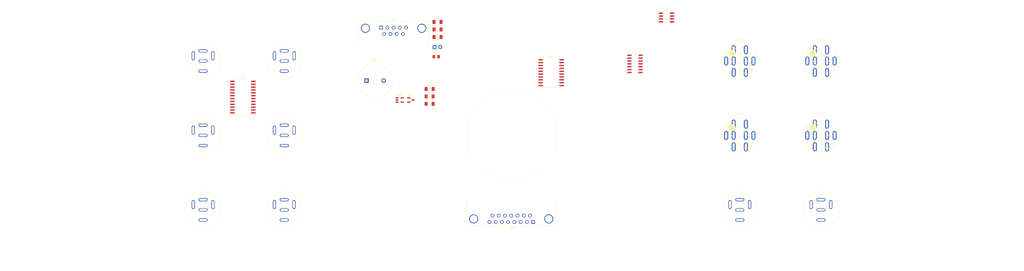
<source format=kicad_pcb>
(kicad_pcb (version 20240108) (generator "pcbnew") (generator_version "8.0")
  (layers (0 "F.Cu" signal) (31 "B.Cu" signal) (34 "B.Paste" user) (35 "F.Paste" user) (36 "B.SilkS" user "B.Silkscreen") (37 "F.SilkS" user "F.Silkscreen") (38 "B.Mask" user) (39 "F.Mask" user) (44 "Edge.Cuts" user))
  (net 0 "")
  (net 52 "Net-(SW11B-AK)")
  (net 122 "+12V")
  (net 123 "Net-(BZ1--)")
  (net 124 "VCC")
  (net 125 "GND")
  (net 126 "Net-(U5-BP)")
  (net 127 "Net-(D1-A)")
  (net 138 "Net-(Q1-B)")
  (net 140 "PRESSURE_ON")
  (net 141 "DOOR_PUSH")
  (net 142 "CHUCK_CLAMP")
  (net 143 "SPINDLE_CLEAN")
  (net 144 "SCL")
  (net 145 "UPDI")
  (net 146 "SDA")
  (net 147 "AIR_BLAST")
  (footprint "cnc:PUSH_STDP_LED" (layer "F.Cu") (at 193 183)
    (property "Reference" "SW8" (at 0 -0.5 0) (layer "F.SilkS") (effects (font (thickness 0.1))))
    (property "Value" "~")
    (fp_circle (center 0 0) (end 0 -8) (stroke (width 0.1)) (fill none) (layer "F.SilkS"))
    (pad "C" thru_hole oval (at 0 4.5) (size 4 1.4) (drill oval 3.2 0.8) (layers "*.Cu" "*.Mask"))
    (pad "L1" thru_hole oval (at 4.35 -2.35 90) (size 4 1.4) (drill oval 3.2 0.8) (layers "*.Cu" "*.Mask"))
    (pad "L2" thru_hole oval (at -4.35 -2.35 90) (size 4 1.4) (drill oval 3.2 0.8) (layers "*.Cu" "*.Mask"))
    (pad "NC" thru_hole oval (at 0 -4.5) (size 4 1.4) (drill oval 3.2 0.8) (layers "*.Cu" "*.Mask"))
    (pad "NO" thru_hole oval (at 0 0) (size 4 1.4) (drill oval 3.2 0.8) (layers "*.Cu" "*.Mask"))
  )
  (footprint "Capacitor_SMD:C_1206_3216Metric_Pad1.33x1.80mm_HandSolder" (layer "F.Cu") (at 260.97 139.36)
    (property "Reference" "C4" (at 0 -1.85 0) (layer "F.SilkS"))
    (property "Value" "1u")
    (fp_line (start -0.711252 -0.91) (end 0.711252 -0.91) (stroke (width 0.12)) (layer "F.SilkS"))
    (fp_line (start -0.711252 0.91) (end 0.711252 0.91) (stroke (width 0.12)) (layer "F.SilkS"))
    (pad "1" smd roundrect (at -1.5625 0) (size 1.325 1.8) (layers "F.Cu" "F.Paste" "F.Mask") (roundrect_rratio 0.188679) (net 124 "VCC"))
    (pad "2" smd roundrect (at 1.5625 0) (size 1.325 1.8) (layers "F.Cu" "F.Paste" "F.Mask") (roundrect_rratio 0.188679) (net 125 "GND"))
  )
  (footprint "Capacitor_SMD:C_0805_2012Metric_Pad1.18x1.45mm_HandSolder" (layer "F.Cu") (at 260.37 148.09)
    (property "Reference" "C3" (at 0 -1.68 0) (layer "F.SilkS"))
    (property "Value" "470p")
    (fp_line (start -0.261252 -0.735) (end 0.261252 -0.735) (stroke (width 0.12)) (layer "F.SilkS"))
    (fp_line (start -0.261252 0.735) (end 0.261252 0.735) (stroke (width 0.12)) (layer "F.SilkS"))
    (pad "1" smd roundrect (at -1.0375 0) (size 1.175 1.45) (layers "F.Cu" "F.Paste" "F.Mask") (roundrect_rratio 0.212766) (net 126 "Net-(U5-BP)"))
    (pad "2" smd roundrect (at 1.0375 0) (size 1.175 1.45) (layers "F.Cu" "F.Paste" "F.Mask") (roundrect_rratio 0.212766) (net 125 "GND"))
  )
  (footprint "cnc:PUSH_STDP_LED" (layer "F.Cu") (at 431 216)
    (property "Reference" "SW14" (at 0 -0.5 0) (layer "F.SilkS") (effects (font (thickness 0.1))))
    (property "Value" "~")
    (fp_circle (center 0 0) (end 0 -8) (stroke (width 0.1)) (fill none) (layer "F.SilkS"))
    (pad "C" thru_hole oval (at 0 4.5) (size 4 1.4) (drill oval 3.2 0.8) (layers "*.Cu" "*.Mask"))
    (pad "L1" thru_hole oval (at 4.35 -2.35 90) (size 4 1.4) (drill oval 3.2 0.8) (layers "*.Cu" "*.Mask"))
    (pad "L2" thru_hole oval (at -4.35 -2.35 90) (size 4 1.4) (drill oval 3.2 0.8) (layers "*.Cu" "*.Mask"))
    (pad "NC" thru_hole oval (at 0 -4.5) (size 4 1.4) (drill oval 3.2 0.8) (layers "*.Cu" "*.Mask"))
    (pad "NO" thru_hole oval (at 0 0) (size 4 1.4) (drill oval 3.2 0.8) (layers "*.Cu" "*.Mask"))
  )
  (footprint "cnc:DPDT-LED12V" (layer "F.Cu") (at 395 183)
    (property "Reference" "SW4" (at 0 -9.5 0) (layer "F.SilkS") (effects (font (thickness 0.1))))
    (property "Value" "~" (hide yes))
    (fp_line (start 1.797116 5.362088) (end -5.5 -2) (stroke (width 0.2)) (layer "F.SilkS"))
    (fp_line (start 5.183866 1.781962) (end -2.11325 -5.580126) (stroke (width 0.2)) (layer "F.SilkS"))
    (fp_arc (start -5.5 -2) (mid -5.316134 -5.218038) (end -2.11325 -5.580126) (stroke (width 0.2)) (layer "F.SilkS"))
    (fp_arc (start 5.183866 1.781962) (mid 5 4.999999) (end 1.797116 5.362088) (stroke (width 0.2)) (layer "F.SilkS"))
    (fp_circle (center -3.5 -3.499999) (end -3.5 -4.999999) (stroke (width 0.1)) (fill solid) (layer "F.SilkS"))
    (fp_circle (center 0 0) (end -7.5 3.5) (stroke (width 0.1)) (fill none) (layer "F.SilkS"))
    (pad "C1" thru_hole oval (at -2.7 -5.05 90) (size 4 1.8) (drill oval 3 0.8) (layers "*.Cu" "*.Mask"))
    (pad "C2" thru_hole oval (at 2.7 -5 90) (size 4 1.8) (drill oval 3 0.8) (layers "*.Cu" "*.Mask"))
    (pad "L1" thru_hole oval (at -6.05 0 90) (size 4 1.8) (drill oval 3 0.8) (layers "*.Cu" "*.Mask") (net 52 "Net-(SW11B-AK)"))
    (pad "L2" thru_hole oval (at 6.05 0 90) (size 4 1.8) (drill oval 3 0.8) (layers "*.Cu" "*.Mask"))
    (pad "NC1" thru_hole oval (at -2.7 5.05 90) (size 4 1.8) (drill oval 3 0.8) (layers "*.Cu" "*.Mask"))
    (pad "NC2" thru_hole oval (at 2.7 5.1 90) (size 4 1.8) (drill oval 3 0.8) (layers "*.Cu" "*.Mask"))
    (pad "NO1" thru_hole oval (at -2.7 0 90) (size 4 1.8) (drill oval 3 0.8) (layers "*.Cu" "*.Mask"))
    (pad "NO2" thru_hole oval (at 2.7 0.05 90) (size 4 1.8) (drill oval 3 0.8) (layers "*.Cu" "*.Mask"))
  )
  (footprint "cnc:DPDT-LED12V" (layer "F.Cu") (at 431 150)
    (property "Reference" "SW13" (at 0 -9.5 0) (layer "F.SilkS") (effects (font (thickness 0.1))))
    (property "Value" "~" (hide yes))
    (fp_line (start 1.797116 5.362088) (end -5.5 -2) (stroke (width 0.2)) (layer "F.SilkS"))
    (fp_line (start 5.183866 1.781962) (end -2.11325 -5.580126) (stroke (width 0.2)) (layer "F.SilkS"))
    (fp_arc (start -5.5 -2) (mid -5.316134 -5.218038) (end -2.11325 -5.580126) (stroke (width 0.2)) (layer "F.SilkS"))
    (fp_arc (start 5.183866 1.781962) (mid 5 4.999999) (end 1.797116 5.362088) (stroke (width 0.2)) (layer "F.SilkS"))
    (fp_circle (center -3.5 -3.499999) (end -3.5 -4.999999) (stroke (width 0.1)) (fill solid) (layer "F.SilkS"))
    (fp_circle (center 0 0) (end -7.5 3.5) (stroke (width 0.1)) (fill none) (layer "F.SilkS"))
    (pad "C1" thru_hole oval (at -2.7 -5.05 90) (size 4 1.8) (drill oval 3 0.8) (layers "*.Cu" "*.Mask"))
    (pad "C2" thru_hole oval (at 2.7 -5 90) (size 4 1.8) (drill oval 3 0.8) (layers "*.Cu" "*.Mask"))
    (pad "L1" thru_hole oval (at -6.05 0 90) (size 4 1.8) (drill oval 3 0.8) (layers "*.Cu" "*.Mask") (net 52 "Net-(SW11B-AK)"))
    (pad "L2" thru_hole oval (at 6.05 0 90) (size 4 1.8) (drill oval 3 0.8) (layers "*.Cu" "*.Mask"))
    (pad "NC1" thru_hole oval (at -2.7 5.05 90) (size 4 1.8) (drill oval 3 0.8) (layers "*.Cu" "*.Mask"))
    (pad "NC2" thru_hole oval (at 2.7 5.1 90) (size 4 1.8) (drill oval 3 0.8) (layers "*.Cu" "*.Mask"))
    (pad "NO1" thru_hole oval (at -2.7 0 90) (size 4 1.8) (drill oval 3 0.8) (layers "*.Cu" "*.Mask"))
    (pad "NO2" thru_hole oval (at 2.7 0.05 90) (size 4 1.8) (drill oval 3 0.8) (layers "*.Cu" "*.Mask"))
  )
  (footprint "Package_SO:SOIC-24W_7.5x15.4mm_P1.27mm" (layer "F.Cu") (at 174.65 166.015)
    (property "Reference" "U3" (at 0 -8.65 0) (layer "F.SilkS"))
    (property "Value" "PCA9555D")
    (fp_line (start -3.86 -7.81) (end -3.86 -7.545) (stroke (width 0.12)) (layer "F.SilkS"))
    (fp_line (start -3.86 7.81) (end -3.86 7.545) (stroke (width 0.12)) (layer "F.SilkS"))
    (fp_line (start 0 -7.81) (end -3.86 -7.81) (stroke (width 0.12)) (layer "F.SilkS"))
    (fp_line (start 0 -7.81) (end 3.86 -7.81) (stroke (width 0.12)) (layer "F.SilkS"))
    (fp_line (start 0 7.81) (end -3.86 7.81) (stroke (width 0.12)) (layer "F.SilkS"))
    (fp_line (start 0 7.81) (end 3.86 7.81) (stroke (width 0.12)) (layer "F.SilkS"))
    (fp_line (start 3.86 -7.81) (end 3.86 -7.545) (stroke (width 0.12)) (layer "F.SilkS"))
    (fp_line (start 3.86 7.81) (end 3.86 7.545) (stroke (width 0.12)) (layer "F.SilkS"))
    (fp_poly (pts (xy -4.7125 -7.545) (xy -5.0525 -8.015) (xy -4.3725 -8.015) (xy -4.7125 -7.545)) (stroke (width 0.12)) (fill solid) (layer "F.SilkS"))
    (pad "1" smd roundrect (at -4.65 -6.985) (size 2.05 0.6) (layers "F.Cu" "F.Paste" "F.Mask"))
    (pad "2" smd roundrect (at -4.65 -5.715) (size 2.05 0.6) (layers "F.Cu" "F.Paste" "F.Mask"))
    (pad "3" smd roundrect (at -4.65 -4.445) (size 2.05 0.6) (layers "F.Cu" "F.Paste" "F.Mask"))
    (pad "4" smd roundrect (at -4.65 -3.175) (size 2.05 0.6) (layers "F.Cu" "F.Paste" "F.Mask"))
    (pad "5" smd roundrect (at -4.65 -1.905) (size 2.05 0.6) (layers "F.Cu" "F.Paste" "F.Mask"))
    (pad "6" smd roundrect (at -4.65 -0.635) (size 2.05 0.6) (layers "F.Cu" "F.Paste" "F.Mask"))
    (pad "7" smd roundrect (at -4.65 0.635) (size 2.05 0.6) (layers "F.Cu" "F.Paste" "F.Mask"))
    (pad "8" smd roundrect (at -4.65 1.905) (size 2.05 0.6) (layers "F.Cu" "F.Paste" "F.Mask"))
    (pad "9" smd roundrect (at -4.65 3.175) (size 2.05 0.6) (layers "F.Cu" "F.Paste" "F.Mask"))
    (pad "10" smd roundrect (at -4.65 4.445) (size 2.05 0.6) (layers "F.Cu" "F.Paste" "F.Mask"))
    (pad "11" smd roundrect (at -4.65 5.715) (size 2.05 0.6) (layers "F.Cu" "F.Paste" "F.Mask"))
    (pad "12" smd roundrect (at -4.65 6.985) (size 2.05 0.6) (layers "F.Cu" "F.Paste" "F.Mask"))
    (pad "13" smd roundrect (at 4.65 6.985) (size 2.05 0.6) (layers "F.Cu" "F.Paste" "F.Mask"))
    (pad "14" smd roundrect (at 4.65 5.715) (size 2.05 0.6) (layers "F.Cu" "F.Paste" "F.Mask"))
    (pad "15" smd roundrect (at 4.65 4.445) (size 2.05 0.6) (layers "F.Cu" "F.Paste" "F.Mask"))
    (pad "16" smd roundrect (at 4.65 3.175) (size 2.05 0.6) (layers "F.Cu" "F.Paste" "F.Mask"))
    (pad "17" smd roundrect (at 4.65 1.905) (size 2.05 0.6) (layers "F.Cu" "F.Paste" "F.Mask"))
    (pad "18" smd roundrect (at 4.65 0.635) (size 2.05 0.6) (layers "F.Cu" "F.Paste" "F.Mask"))
    (pad "19" smd roundrect (at 4.65 -0.635) (size 2.05 0.6) (layers "F.Cu" "F.Paste" "F.Mask"))
    (pad "20" smd roundrect (at 4.65 -1.905) (size 2.05 0.6) (layers "F.Cu" "F.Paste" "F.Mask"))
    (pad "21" smd roundrect (at 4.65 -3.175) (size 2.05 0.6) (layers "F.Cu" "F.Paste" "F.Mask"))
    (pad "22" smd roundrect (at 4.65 -4.445) (size 2.05 0.6) (layers "F.Cu" "F.Paste" "F.Mask"))
    (pad "23" smd roundrect (at 4.65 -5.715) (size 2.05 0.6) (layers "F.Cu" "F.Paste" "F.Mask"))
    (pad "24" smd roundrect (at 4.65 -6.985) (size 2.05 0.6) (layers "F.Cu" "F.Paste" "F.Mask"))
  )
  (footprint "Resistor_SMD:R_1206_3216Metric_Pad1.30x1.75mm_HandSolder" (layer "F.Cu") (at 257.45 162.42)
    (property "Reference" "R1" (at 0 -1.82 0) (layer "F.SilkS"))
    (property "Value" "1k")
    (fp_line (start -0.727064 -0.91) (end 0.727064 -0.91) (stroke (width 0.12)) (layer "F.SilkS"))
    (fp_line (start -0.727064 0.91) (end 0.727064 0.91) (stroke (width 0.12)) (layer "F.SilkS"))
    (pad "1" smd roundrect (at -1.55 0) (size 1.3 1.75) (layers "F.Cu" "F.Paste" "F.Mask") (roundrect_rratio 0.192308) (net 138 "Net-(Q1-B)"))
    (pad "2" smd roundrect (at 1.55 0) (size 1.3 1.75) (layers "F.Cu" "F.Paste" "F.Mask") (roundrect_rratio 0.192308))
  )
  (footprint "Buzzer_Beeper:Buzzer_15x7.5RM7.6" (layer "F.Cu") (at 229.49 158.69)
    (property "Reference" "BZ1" (at 3.81 -8.89 0) (layer "F.SilkS"))
    (property "Value" "Buzzer")
    (fp_circle (center 3.8 0) (end 11.4 0) (stroke (width 0.12)) (fill none) (layer "F.SilkS"))
    (fp_text user "+" (at -0.01 -2.54 0) (layer "F.SilkS"))
    (pad "1" thru_hole rect (at 0 0) (size 2 2) (drill 1) (layers "*.Cu" "*.Mask") (net 122 "+12V"))
    (pad "2" thru_hole circle (at 7.6 0) (size 2 2) (drill 1) (layers "*.Cu" "*.Mask") (net 123 "Net-(BZ1--)"))
  )
  (footprint "Connector_Dsub:DSUB-9_Male_Horizontal_P2.77x2.84mm_EdgePinOffset4.94mm_Housed_MountingHolesOffset7.48mm" (layer "F.Cu") (at 235.94 135.199338)
    (property "Reference" "J1" (at 5.54 -3.7 0) (layer "F.SilkS"))
    (property "Value" "DE9_Receptacle_MountingHoles")
    (fp_line (start -9.945 -2.76) (end 21.025 -2.76) (stroke (width 0.12)) (layer "F.SilkS"))
    (fp_line (start -9.945 7.72) (end -9.945 -2.76) (stroke (width 0.12)) (layer "F.SilkS"))
    (fp_line (start -0.25 -3.654338) (end 0.25 -3.654338) (stroke (width 0.12)) (layer "F.SilkS"))
    (fp_line (start 0 -3.221325) (end -0.25 -3.654338) (stroke (width 0.12)) (layer "F.SilkS"))
    (fp_line (start 0.25 -3.654338) (end 0 -3.221325) (stroke (width 0.12)) (layer "F.SilkS"))
    (fp_line (start 21.025 -2.76) (end 21.025 7.72) (stroke (width 0.12)) (layer "F.SilkS"))
    (pad "0" thru_hole circle (at -6.96 0.3) (size 4 4) (drill 3.2) (layers "*.Cu" "*.Mask"))
    (pad "0" thru_hole circle (at 18.04 0.3) (size 4 4) (drill 3.2) (layers "*.Cu" "*.Mask"))
    (pad "1" thru_hole rect (at 0 0) (size 1.6 1.6) (drill 1) (layers "*.Cu" "*.Mask"))
    (pad "2" thru_hole circle (at 2.77 0) (size 1.6 1.6) (drill 1) (layers "*.Cu" "*.Mask"))
    (pad "3" thru_hole circle (at 5.54 0) (size 1.6 1.6) (drill 1) (layers "*.Cu" "*.Mask"))
    (pad "4" thru_hole circle (at 8.31 0) (size 1.6 1.6) (drill 1) (layers "*.Cu" "*.Mask"))
    (pad "5" thru_hole circle (at 11.08 0) (size 1.6 1.6) (drill 1) (layers "*.Cu" "*.Mask"))
    (pad "6" thru_hole circle (at 1.385 2.84) (size 1.6 1.6) (drill 1) (layers "*.Cu" "*.Mask"))
    (pad "7" thru_hole circle (at 4.155 2.84) (size 1.6 1.6) (drill 1) (layers "*.Cu" "*.Mask"))
    (pad "8" thru_hole circle (at 6.925 2.84) (size 1.6 1.6) (drill 1) (layers "*.Cu" "*.Mask"))
    (pad "9" thru_hole circle (at 9.695 2.84) (size 1.6 1.6) (drill 1) (layers "*.Cu" "*.Mask"))
  )
  (footprint "cnc:PUSH_STDP_LED" (layer "F.Cu") (at 395 216)
    (property "Reference" "SW10" (at 0 -0.5 0) (layer "F.SilkS") (effects (font (thickness 0.1))))
    (property "Value" "~")
    (fp_circle (center 0 0) (end 0 -8) (stroke (width 0.1)) (fill none) (layer "F.SilkS"))
    (pad "C" thru_hole oval (at 0 4.5) (size 4 1.4) (drill oval 3.2 0.8) (layers "*.Cu" "*.Mask"))
    (pad "L1" thru_hole oval (at 4.35 -2.35 90) (size 4 1.4) (drill oval 3.2 0.8) (layers "*.Cu" "*.Mask"))
    (pad "L2" thru_hole oval (at -4.35 -2.35 90) (size 4 1.4) (drill oval 3.2 0.8) (layers "*.Cu" "*.Mask"))
    (pad "NC" thru_hole oval (at 0 -4.5) (size 4 1.4) (drill oval 3.2 0.8) (layers "*.Cu" "*.Mask"))
    (pad "NO" thru_hole oval (at 0 0) (size 4 1.4) (drill oval 3.2 0.8) (layers "*.Cu" "*.Mask"))
  )
  (footprint "LED_THT:LED_D3.0mm" (layer "F.Cu") (at 259.64 143.81)
    (property "Reference" "D1" (at 1.27 -2.96 0) (layer "F.SilkS"))
    (property "Value" "LED")
    (fp_line (start -0.29 -1.236) (end -0.29 -1.08) (stroke (width 0.12)) (layer "F.SilkS"))
    (fp_line (start -0.29 1.08) (end -0.29 1.236) (stroke (width 0.12)) (layer "F.SilkS"))
    (fp_arc (start -0.29 -1.235516) (mid 1.366487 -1.987659) (end 2.942335 -1.078608) (stroke (width 0.12)) (layer "F.SilkS"))
    (fp_arc (start 0.229039 -1.08) (mid 1.270117 -1.5) (end 2.31113 -1.079837) (stroke (width 0.12)) (layer "F.SilkS"))
    (fp_arc (start 2.31113 1.079837) (mid 1.270117 1.5) (end 0.229039 1.08) (stroke (width 0.12)) (layer "F.SilkS"))
    (fp_arc (start 2.942335 1.078608) (mid 1.366487 1.987659) (end -0.29 1.235516) (stroke (width 0.12)) (layer "F.SilkS"))
    (pad "1" thru_hole rect (at 0 0) (size 1.8 1.8) (drill 0.9) (layers "*.Cu" "*.Mask") (net 125 "GND"))
    (pad "2" thru_hole circle (at 2.54 0) (size 1.8 1.8) (drill 0.9) (layers "*.Cu" "*.Mask") (net 127 "Net-(D1-A)"))
  )
  (footprint "Resistor_SMD:R_1206_3216Metric_Pad1.30x1.75mm_HandSolder" (layer "F.Cu") (at 257.45 169)
    (property "Reference" "R3" (at 0 -1.82 0) (layer "F.SilkS"))
    (property "Value" "470")
    (fp_line (start -0.727064 -0.91) (end 0.727064 -0.91) (stroke (width 0.12)) (layer "F.SilkS"))
    (fp_line (start -0.727064 0.91) (end 0.727064 0.91) (stroke (width 0.12)) (layer "F.SilkS"))
    (pad "1" smd roundrect (at -1.55 0) (size 1.3 1.75) (layers "F.Cu" "F.Paste" "F.Mask") (roundrect_rratio 0.192308) (net 124 "VCC"))
    (pad "2" smd roundrect (at 1.55 0) (size 1.3 1.75) (layers "F.Cu" "F.Paste" "F.Mask") (roundrect_rratio 0.192308) (net 127 "Net-(D1-A)"))
  )
  (footprint "Capacitor_SMD:C_1206_3216Metric_Pad1.33x1.80mm_HandSolder" (layer "F.Cu") (at 260.97 132.66)
    (property "Reference" "C1" (at 0 -1.85 0) (layer "F.SilkS"))
    (property "Value" "1u")
    (fp_line (start -0.711252 -0.91) (end 0.711252 -0.91) (stroke (width 0.12)) (layer "F.SilkS"))
    (fp_line (start -0.711252 0.91) (end 0.711252 0.91) (stroke (width 0.12)) (layer "F.SilkS"))
    (pad "1" smd roundrect (at -1.5625 0) (size 1.325 1.8) (layers "F.Cu" "F.Paste" "F.Mask") (roundrect_rratio 0.188679) (net 124 "VCC"))
    (pad "2" smd roundrect (at 1.5625 0) (size 1.325 1.8) (layers "F.Cu" "F.Paste" "F.Mask") (roundrect_rratio 0.188679) (net 125 "GND"))
  )
  (footprint "cnc:PUSH_STDP_LED" (layer "F.Cu") (at 193 216)
    (property "Reference" "SW9" (at 0 -0.5 0) (layer "F.SilkS") (effects (font (thickness 0.1))))
    (property "Value" "~")
    (fp_circle (center 0 0) (end 0 -8) (stroke (width 0.1)) (fill none) (layer "F.SilkS"))
    (pad "C" thru_hole oval (at 0 4.5) (size 4 1.4) (drill oval 3.2 0.8) (layers "*.Cu" "*.Mask"))
    (pad "L1" thru_hole oval (at 4.35 -2.35 90) (size 4 1.4) (drill oval 3.2 0.8) (layers "*.Cu" "*.Mask"))
    (pad "L2" thru_hole oval (at -4.35 -2.35 90) (size 4 1.4) (drill oval 3.2 0.8) (layers "*.Cu" "*.Mask"))
    (pad "NC" thru_hole oval (at 0 -4.5) (size 4 1.4) (drill oval 3.2 0.8) (layers "*.Cu" "*.Mask"))
    (pad "NO" thru_hole oval (at 0 0) (size 4 1.4) (drill oval 3.2 0.8) (layers "*.Cu" "*.Mask"))
  )
  (footprint "cnc:DPDT-LED12V" (layer "F.Cu") (at 395 150)
    (property "Reference" "SW11" (at 0 -9.5 0) (layer "F.SilkS") (effects (font (thickness 0.1))))
    (property "Value" "~" (hide yes))
    (fp_line (start 1.797116 5.362088) (end -5.5 -2) (stroke (width 0.2)) (layer "F.SilkS"))
    (fp_line (start 5.183866 1.781962) (end -2.11325 -5.580126) (stroke (width 0.2)) (layer "F.SilkS"))
    (fp_arc (start -5.5 -2) (mid -5.316134 -5.218038) (end -2.11325 -5.580126) (stroke (width 0.2)) (layer "F.SilkS"))
    (fp_arc (start 5.183866 1.781962) (mid 5 4.999999) (end 1.797116 5.362088) (stroke (width 0.2)) (layer "F.SilkS"))
    (fp_circle (center -3.5 -3.499999) (end -3.5 -4.999999) (stroke (width 0.1)) (fill solid) (layer "F.SilkS"))
    (fp_circle (center 0 0) (end -7.5 3.5) (stroke (width 0.1)) (fill none) (layer "F.SilkS"))
    (pad "C1" thru_hole oval (at -2.7 -5.05 90) (size 4 1.8) (drill oval 3 0.8) (layers "*.Cu" "*.Mask"))
    (pad "C2" thru_hole oval (at 2.7 -5 90) (size 4 1.8) (drill oval 3 0.8) (layers "*.Cu" "*.Mask"))
    (pad "L1" thru_hole oval (at -6.05 0 90) (size 4 1.8) (drill oval 3 0.8) (layers "*.Cu" "*.Mask") (net 52 "Net-(SW11B-AK)"))
    (pad "L2" thru_hole oval (at 6.05 0 90) (size 4 1.8) (drill oval 3 0.8) (layers "*.Cu" "*.Mask"))
    (pad "NC1" thru_hole oval (at -2.7 5.05 90) (size 4 1.8) (drill oval 3 0.8) (layers "*.Cu" "*.Mask"))
    (pad "NC2" thru_hole oval (at 2.7 5.1 90) (size 4 1.8) (drill oval 3 0.8) (layers "*.Cu" "*.Mask"))
    (pad "NO1" thru_hole oval (at -2.7 0 90) (size 4 1.8) (drill oval 3 0.8) (layers "*.Cu" "*.Mask"))
    (pad "NO2" thru_hole oval (at 2.7 0.05 90) (size 4 1.8) (drill oval 3 0.8) (layers "*.Cu" "*.Mask"))
  )
  (footprint "Package_SO:SOIC-8_3.9x4.9mm_P1.27mm" (layer "F.Cu") (at 362.475 130.705)
    (property "Reference" "U2" (at 0 -3.4 0) (layer "F.SilkS"))
    (property "Value" "LT1785AxS8")
    (fp_line (start 0 -2.56) (end -1.95 -2.56) (stroke (width 0.12)) (layer "F.SilkS"))
    (fp_line (start 0 -2.56) (end 1.95 -2.56) (stroke (width 0.12)) (layer "F.SilkS"))
    (fp_line (start 0 2.56) (end -1.95 2.56) (stroke (width 0.12)) (layer "F.SilkS"))
    (fp_line (start 0 2.56) (end 1.95 2.56) (stroke (width 0.12)) (layer "F.SilkS"))
    (fp_poly (pts (xy -2.7 -2.465) (xy -2.94 -2.795) (xy -2.46 -2.795) (xy -2.7 -2.465)) (stroke (width 0.12)) (fill solid) (layer "F.SilkS"))
    (pad "1" smd roundrect (at -2.475 -1.905) (size 1.95 0.6) (layers "F.Cu" "F.Paste" "F.Mask"))
    (pad "2" smd roundrect (at -2.475 -0.635) (size 1.95 0.6) (layers "F.Cu" "F.Paste" "F.Mask"))
    (pad "3" smd roundrect (at -2.475 0.635) (size 1.95 0.6) (layers "F.Cu" "F.Paste" "F.Mask"))
    (pad "4" smd roundrect (at -2.475 1.905) (size 1.95 0.6) (layers "F.Cu" "F.Paste" "F.Mask"))
    (pad "5" smd roundrect (at 2.475 1.905) (size 1.95 0.6) (layers "F.Cu" "F.Paste" "F.Mask"))
    (pad "6" smd roundrect (at 2.475 0.635) (size 1.95 0.6) (layers "F.Cu" "F.Paste" "F.Mask"))
    (pad "7" smd roundrect (at 2.475 -0.635) (size 1.95 0.6) (layers "F.Cu" "F.Paste" "F.Mask"))
    (pad "8" smd roundrect (at 2.475 -1.905) (size 1.95 0.6) (layers "F.Cu" "F.Paste" "F.Mask"))
  )
  (footprint "cnc:PUSH_STDP_LED" (layer "F.Cu") (at 157 183)
    (property "Reference" "SW5" (at 0 -0.5 0) (layer "F.SilkS") (effects (font (thickness 0.1))))
    (property "Value" "~")
    (fp_circle (center 0 0) (end 0 -8) (stroke (width 0.1)) (fill none) (layer "F.SilkS"))
    (pad "C" thru_hole oval (at 0 4.5) (size 4 1.4) (drill oval 3.2 0.8) (layers "*.Cu" "*.Mask"))
    (pad "L1" thru_hole oval (at 4.35 -2.35 90) (size 4 1.4) (drill oval 3.2 0.8) (layers "*.Cu" "*.Mask"))
    (pad "L2" thru_hole oval (at -4.35 -2.35 90) (size 4 1.4) (drill oval 3.2 0.8) (layers "*.Cu" "*.Mask"))
    (pad "NC" thru_hole oval (at 0 -4.5) (size 4 1.4) (drill oval 3.2 0.8) (layers "*.Cu" "*.Mask"))
    (pad "NO" thru_hole oval (at 0 0) (size 4 1.4) (drill oval 3.2 0.8) (layers "*.Cu" "*.Mask"))
  )
  (footprint "Package_SO:SOIC-14_3.9x8.7mm_P1.27mm" (layer "F.Cu") (at 348.525 151.27)
    (property "Reference" "U1" (at 0 -5.28 0) (layer "F.SilkS"))
    (property "Value" "ATtiny3224-SS")
    (fp_line (start 0 -4.435) (end -1.95 -4.435) (stroke (width 0.12)) (layer "F.SilkS"))
    (fp_line (start 0 -4.435) (end 1.95 -4.435) (stroke (width 0.12)) (layer "F.SilkS"))
    (fp_line (start 0 4.435) (end -1.95 4.435) (stroke (width 0.12)) (layer "F.SilkS"))
    (fp_line (start 0 4.435) (end 1.95 4.435) (stroke (width 0.12)) (layer "F.SilkS"))
    (fp_poly (pts (xy -2.7 -4.37) (xy -2.94 -4.7) (xy -2.46 -4.7) (xy -2.7 -4.37)) (stroke (width 0.12)) (fill solid) (layer "F.SilkS"))
    (pad "1" smd roundrect (at -2.475 -3.81) (size 1.95 0.6) (layers "F.Cu" "F.Paste" "F.Mask") (net 124 "VCC"))
    (pad "2" smd roundrect (at -2.475 -2.54) (size 1.95 0.6) (layers "F.Cu" "F.Paste" "F.Mask") (net 147 "AIR_BLAST"))
    (pad "3" smd roundrect (at -2.475 -1.27) (size 1.95 0.6) (layers "F.Cu" "F.Paste" "F.Mask") (net 142 "CHUCK_CLAMP"))
    (pad "4" smd roundrect (at -2.475 0) (size 1.95 0.6) (layers "F.Cu" "F.Paste" "F.Mask") (net 143 "SPINDLE_CLEAN"))
    (pad "5" smd roundrect (at -2.475 1.27) (size 1.95 0.6) (layers "F.Cu" "F.Paste" "F.Mask") (net 141 "DOOR_PUSH"))
    (pad "6" smd roundrect (at -2.475 2.54) (size 1.95 0.6) (layers "F.Cu" "F.Paste" "F.Mask"))
    (pad "7" smd roundrect (at -2.475 3.81) (size 1.95 0.6) (layers "F.Cu" "F.Paste" "F.Mask") (net 140 "PRESSURE_ON"))
    (pad "8" smd roundrect (at 2.475 3.81) (size 1.95 0.6) (layers "F.Cu" "F.Paste" "F.Mask") (net 146 "SDA"))
    (pad "9" smd roundrect (at 2.475 2.54) (size 1.95 0.6) (layers "F.Cu" "F.Paste" "F.Mask") (net 144 "SCL"))
    (pad "10" smd roundrect (at 2.475 1.27) (size 1.95 0.6) (layers "F.Cu" "F.Paste" "F.Mask") (net 145 "UPDI"))
    (pad "11" smd roundrect (at 2.475 0) (size 1.95 0.6) (layers "F.Cu" "F.Paste" "F.Mask"))
    (pad "12" smd roundrect (at 2.475 -1.27) (size 1.95 0.6) (layers "F.Cu" "F.Paste" "F.Mask"))
    (pad "13" smd roundrect (at 2.475 -2.54) (size 1.95 0.6) (layers "F.Cu" "F.Paste" "F.Mask"))
    (pad "14" smd roundrect (at 2.475 -3.81) (size 1.95 0.6) (layers "F.Cu" "F.Paste" "F.Mask") (net 125 "GND"))
  )
  (footprint "cnc:PUSH_STDP_LED" (layer "F.Cu") (at 193 150)
    (property "Reference" "SW7" (at 0 -0.5 0) (layer "F.SilkS") (effects (font (thickness 0.1))))
    (property "Value" "~")
    (fp_circle (center 0 0) (end 0 -8) (stroke (width 0.1)) (fill none) (layer "F.SilkS"))
    (pad "C" thru_hole oval (at 0 4.5) (size 4 1.4) (drill oval 3.2 0.8) (layers "*.Cu" "*.Mask"))
    (pad "L1" thru_hole oval (at 4.35 -2.35 90) (size 4 1.4) (drill oval 3.2 0.8) (layers "*.Cu" "*.Mask"))
    (pad "L2" thru_hole oval (at -4.35 -2.35 90) (size 4 1.4) (drill oval 3.2 0.8) (layers "*.Cu" "*.Mask"))
    (pad "NC" thru_hole oval (at 0 -4.5) (size 4 1.4) (drill oval 3.2 0.8) (layers "*.Cu" "*.Mask"))
    (pad "NO" thru_hole oval (at 0 0) (size 4 1.4) (drill oval 3.2 0.8) (layers "*.Cu" "*.Mask"))
  )
  (footprint "Package_SO:SOIC-20W_7.5x12.8mm_P1.27mm" (layer "F.Cu") (at 311.35 155.175)
    (property "Reference" "U4" (at 0 -7.35 0) (layer "F.SilkS"))
    (property "Value" "ATtiny1626-S")
    (fp_line (start -3.86 -6.51) (end -3.86 -6.275) (stroke (width 0.12)) (layer "F.SilkS"))
    (fp_line (start -3.86 6.51) (end -3.86 6.275) (stroke (width 0.12)) (layer "F.SilkS"))
    (fp_line (start 0 -6.51) (end -3.86 -6.51) (stroke (width 0.12)) (layer "F.SilkS"))
    (fp_line (start 0 -6.51) (end 3.86 -6.51) (stroke (width 0.12)) (layer "F.SilkS"))
    (fp_line (start 0 6.51) (end -3.86 6.51) (stroke (width 0.12)) (layer "F.SilkS"))
    (fp_line (start 0 6.51) (end 3.86 6.51) (stroke (width 0.12)) (layer "F.SilkS"))
    (fp_line (start 3.86 -6.51) (end 3.86 -6.275) (stroke (width 0.12)) (layer "F.SilkS"))
    (fp_line (start 3.86 6.51) (end 3.86 6.275) (stroke (width 0.12)) (layer "F.SilkS"))
    (fp_poly (pts (xy -4.7125 -6.275) (xy -5.0525 -6.745) (xy -4.3725 -6.745) (xy -4.7125 -6.275)) (stroke (width 0.12)) (fill solid) (layer "F.SilkS"))
    (pad "1" smd roundrect (at -4.65 -5.715) (size 2.05 0.6) (layers "F.Cu" "F.Paste" "F.Mask"))
    (pad "2" smd roundrect (at -4.65 -4.445) (size 2.05 0.6) (layers "F.Cu" "F.Paste" "F.Mask"))
    (pad "3" smd roundrect (at -4.65 -3.175) (size 2.05 0.6) (layers "F.Cu" "F.Paste" "F.Mask"))
    (pad "4" smd roundrect (at -4.65 -1.905) (size 2.05 0.6) (layers "F.Cu" "F.Paste" "F.Mask"))
    (pad "5" smd roundrect (at -4.65 -0.635) (size 2.05 0.6) (layers "F.Cu" "F.Paste" "F.Mask"))
    (pad "6" smd roundrect (at -4.65 0.635) (size 2.05 0.6) (layers "F.Cu" "F.Paste" "F.Mask"))
    (pad "7" smd roundrect (at -4.65 1.905) (size 2.05 0.6) (layers "F.Cu" "F.Paste" "F.Mask"))
    (pad "8" smd roundrect (at -4.65 3.175) (size 2.05 0.6) (layers "F.Cu" "F.Paste" "F.Mask"))
    (pad "9" smd roundrect (at -4.65 4.445) (size 2.05 0.6) (layers "F.Cu" "F.Paste" "F.Mask"))
    (pad "10" smd roundrect (at -4.65 5.715) (size 2.05 0.6) (layers "F.Cu" "F.Paste" "F.Mask"))
    (pad "11" smd roundrect (at 4.65 5.715) (size 2.05 0.6) (layers "F.Cu" "F.Paste" "F.Mask"))
    (pad "12" smd roundrect (at 4.65 4.445) (size 2.05 0.6) (layers "F.Cu" "F.Paste" "F.Mask"))
    (pad "13" smd roundrect (at 4.65 3.175) (size 2.05 0.6) (layers "F.Cu" "F.Paste" "F.Mask"))
    (pad "14" smd roundrect (at 4.65 1.905) (size 2.05 0.6) (layers "F.Cu" "F.Paste" "F.Mask"))
    (pad "15" smd roundrect (at 4.65 0.635) (size 2.05 0.6) (layers "F.Cu" "F.Paste" "F.Mask"))
    (pad "16" smd roundrect (at 4.65 -0.635) (size 2.05 0.6) (layers "F.Cu" "F.Paste" "F.Mask"))
    (pad "17" smd roundrect (at 4.65 -1.905) (size 2.05 0.6) (layers "F.Cu" "F.Paste" "F.Mask"))
    (pad "18" smd roundrect (at 4.65 -3.175) (size 2.05 0.6) (layers "F.Cu" "F.Paste" "F.Mask"))
    (pad "19" smd roundrect (at 4.65 -4.445) (size 2.05 0.6) (layers "F.Cu" "F.Paste" "F.Mask"))
    (pad "20" smd roundrect (at 4.65 -5.715) (size 2.05 0.6) (layers "F.Cu" "F.Paste" "F.Mask"))
  )
  (footprint "Connector_Dsub:DSUB-15_Male_Horizontal_P2.77x2.84mm_EdgePinOffset7.70mm_Housed_MountingHolesOffset9.12mm" (layer "F.Cu") (at 303.345 221.42 180)
    (property "Reference" "J2" (at 9.695 -2.8 360) (layer "F.SilkS"))
    (property "Value" "DA15_Receptacle_MountingHoles")
    (fp_line (start 29.355 -1.86) (end 29.355 10.48) (stroke (width 0.12)) (layer "F.SilkS"))
    (fp_line (start 0.25 -2.754338) (end 0 -2.321325) (stroke (width 0.12)) (layer "F.SilkS"))
    (fp_line (start 0 -2.321325) (end -0.25 -2.754338) (stroke (width 0.12)) (layer "F.SilkS"))
    (fp_line (start -0.25 -2.754338) (end 0.25 -2.754338) (stroke (width 0.12)) (layer "F.SilkS"))
    (fp_line (start -9.965 10.48) (end -9.965 -1.86) (stroke (width 0.12)) (layer "F.SilkS"))
    (fp_line (start -9.965 -1.86) (end 29.355 -1.86) (stroke (width 0.12)) (layer "F.SilkS"))
    (pad "0" thru_hole circle (at -6.955 1.42 180) (size 4 4) (drill 3.2) (layers "*.Cu" "*.Mask"))
    (pad "0" thru_hole circle (at 26.345 1.42 180) (size 4 4) (drill 3.2) (layers "*.Cu" "*.Mask"))
    (pad "1" thru_hole rect (at 0 0 180) (size 1.6 1.6) (drill 1) (layers "*.Cu" "*.Mask"))
    (pad "2" thru_hole circle (at 2.77 0 180) (size 1.6 1.6) (drill 1) (layers "*.Cu" "*.Mask"))
    (pad "3" thru_hole circle (at 5.54 0 180) (size 1.6 1.6) (drill 1) (layers "*.Cu" "*.Mask"))
    (pad "4" thru_hole circle (at 8.31 0 180) (size 1.6 1.6) (drill 1) (layers "*.Cu" "*.Mask"))
    (pad "5" thru_hole circle (at 11.08 0 180) (size 1.6 1.6) (drill 1) (layers "*.Cu" "*.Mask"))
    (pad "6" thru_hole circle (at 13.85 0 180) (size 1.6 1.6) (drill 1) (layers "*.Cu" "*.Mask"))
    (pad "7" thru_hole circle (at 16.62 0 180) (size 1.6 1.6) (drill 1) (layers "*.Cu" "*.Mask"))
    (pad "8" thru_hole circle (at 19.39 0 180) (size 1.6 1.6) (drill 1) (layers "*.Cu" "*.Mask"))
    (pad "9" thru_hole circle (at 1.385 2.84 180) (size 1.6 1.6) (drill 1) (layers "*.Cu" "*.Mask"))
    (pad "10" thru_hole circle (at 4.155 2.84 180) (size 1.6 1.6) (drill 1) (layers "*.Cu" "*.Mask"))
    (pad "11" thru_hole circle (at 6.925 2.84 180) (size 1.6 1.6) (drill 1) (layers "*.Cu" "*.Mask"))
    (pad "12" thru_hole circle (at 9.695 2.84 180) (size 1.6 1.6) (drill 1) (layers "*.Cu" "*.Mask"))
    (pad "13" thru_hole circle (at 12.465 2.84 180) (size 1.6 1.6) (drill 1) (layers "*.Cu" "*.Mask"))
    (pad "14" thru_hole circle (at 15.235 2.84 180) (size 1.6 1.6) (drill 1) (layers "*.Cu" "*.Mask"))
    (pad "15" thru_hole circle (at 18.005 2.84 180) (size 1.6 1.6) (drill 1) (layers "*.Cu" "*.Mask"))
  )
  (footprint "Capacitor_SMD:C_1206_3216Metric_Pad1.33x1.80mm_HandSolder" (layer "F.Cu") (at 260.97 136.01)
    (property "Reference" "C2" (at 0 -1.85 0) (layer "F.SilkS"))
    (property "Value" "1u")
    (fp_line (start -0.711252 -0.91) (end 0.711252 -0.91) (stroke (width 0.12)) (layer "F.SilkS"))
    (fp_line (start -0.711252 0.91) (end 0.711252 0.91) (stroke (width 0.12)) (layer "F.SilkS"))
    (pad "1" smd roundrect (at -1.5625 0) (size 1.325 1.8) (layers "F.Cu" "F.Paste" "F.Mask") (roundrect_rratio 0.188679) (net 122 "+12V"))
    (pad "2" smd roundrect (at 1.5625 0) (size 1.325 1.8) (layers "F.Cu" "F.Paste" "F.Mask") (roundrect_rratio 0.188679) (net 125 "GND"))
  )
  (footprint "cnc:DPDT-LED12V" (layer "F.Cu") (at 431 183)
    (property "Reference" "SW12" (at 0 -9.5 0) (layer "F.SilkS") (effects (font (thickness 0.1))))
    (property "Value" "~" (hide yes))
    (fp_line (start 1.797116 5.362088) (end -5.5 -2) (stroke (width 0.2)) (layer "F.SilkS"))
    (fp_line (start 5.183866 1.781962) (end -2.11325 -5.580126) (stroke (width 0.2)) (layer "F.SilkS"))
    (fp_arc (start -5.5 -2) (mid -5.316134 -5.218038) (end -2.11325 -5.580126) (stroke (width 0.2)) (layer "F.SilkS"))
    (fp_arc (start 5.183866 1.781962) (mid 5 4.999999) (end 1.797116 5.362088) (stroke (width 0.2)) (layer "F.SilkS"))
    (fp_circle (center -3.5 -3.499999) (end -3.5 -4.999999) (stroke (width 0.1)) (fill solid) (layer "F.SilkS"))
    (fp_circle (center 0 0) (end -7.5 3.5) (stroke (width 0.1)) (fill none) (layer "F.SilkS"))
    (pad "C1" thru_hole oval (at -2.7 -5.05 90) (size 4 1.8) (drill oval 3 0.8) (layers "*.Cu" "*.Mask"))
    (pad "C2" thru_hole oval (at 2.7 -5 90) (size 4 1.8) (drill oval 3 0.8) (layers "*.Cu" "*.Mask"))
    (pad "L1" thru_hole oval (at -6.05 0 90) (size 4 1.8) (drill oval 3 0.8) (layers "*.Cu" "*.Mask") (net 52 "Net-(SW11B-AK)"))
    (pad "L2" thru_hole oval (at 6.05 0 90) (size 4 1.8) (drill oval 3 0.8) (layers "*.Cu" "*.Mask"))
    (pad "NC1" thru_hole oval (at -2.7 5.05 90) (size 4 1.8) (drill oval 3 0.8) (layers "*.Cu" "*.Mask"))
    (pad "NC2" thru_hole oval (at 2.7 5.1 90) (size 4 1.8) (drill oval 3 0.8) (layers "*.Cu" "*.Mask"))
    (pad "NO1" thru_hole oval (at -2.7 0 90) (size 4 1.8) (drill oval 3 0.8) (layers "*.Cu" "*.Mask"))
    (pad "NO2" thru_hole oval (at 2.7 0.05 90) (size 4 1.8) (drill oval 3 0.8) (layers "*.Cu" "*.Mask"))
  )
  (footprint "Resistor_SMD:R_1206_3216Metric_Pad1.30x1.75mm_HandSolder" (layer "F.Cu") (at 257.45 165.71)
    (property "Reference" "R2" (at 0 -1.82 0) (layer "F.SilkS"))
    (property "Value" "1k")
    (fp_line (start -0.727064 -0.91) (end 0.727064 -0.91) (stroke (width 0.12)) (layer "F.SilkS"))
    (fp_line (start -0.727064 0.91) (end 0.727064 0.91) (stroke (width 0.12)) (layer "F.SilkS"))
    (pad "1" smd roundrect (at -1.55 0) (size 1.3 1.75) (layers "F.Cu" "F.Paste" "F.Mask") (roundrect_rratio 0.192308) (net 123 "Net-(BZ1--)"))
    (pad "2" smd roundrect (at 1.55 0) (size 1.3 1.75) (layers "F.Cu" "F.Paste" "F.Mask") (roundrect_rratio 0.192308) (net 122 "+12V"))
  )
  (footprint "cnc:PUSH_STDP_LED" (layer "F.Cu") (at 157 150)
    (property "Reference" "SW1" (at 0 -0.5 0) (layer "F.SilkS") (effects (font (thickness 0.1))))
    (property "Value" "~")
    (fp_circle (center 0 0) (end 0 -8) (stroke (width 0.1)) (fill none) (layer "F.SilkS"))
    (pad "C" thru_hole oval (at 0 4.5) (size 4 1.4) (drill oval 3.2 0.8) (layers "*.Cu" "*.Mask"))
    (pad "L1" thru_hole oval (at 4.35 -2.35 90) (size 4 1.4) (drill oval 3.2 0.8) (layers "*.Cu" "*.Mask"))
    (pad "L2" thru_hole oval (at -4.35 -2.35 90) (size 4 1.4) (drill oval 3.2 0.8) (layers "*.Cu" "*.Mask"))
    (pad "NC" thru_hole oval (at 0 -4.5) (size 4 1.4) (drill oval 3.2 0.8) (layers "*.Cu" "*.Mask"))
    (pad "NO" thru_hole oval (at 0 0) (size 4 1.4) (drill oval 3.2 0.8) (layers "*.Cu" "*.Mask"))
  )
  (footprint "cnc:PUSH_STDP_LED" (layer "F.Cu") (at 157 216)
    (property "Reference" "SW6" (at 0 -0.5 0) (layer "F.SilkS") (effects (font (thickness 0.1))))
    (property "Value" "~")
    (fp_circle (center 0 0) (end 0 -8) (stroke (width 0.1)) (fill none) (layer "F.SilkS"))
    (pad "C" thru_hole oval (at 0 4.5) (size 4 1.4) (drill oval 3.2 0.8) (layers "*.Cu" "*.Mask"))
    (pad "L1" thru_hole oval (at 4.35 -2.35 90) (size 4 1.4) (drill oval 3.2 0.8) (layers "*.Cu" "*.Mask"))
    (pad "L2" thru_hole oval (at -4.35 -2.35 90) (size 4 1.4) (drill oval 3.2 0.8) (layers "*.Cu" "*.Mask"))
    (pad "NC" thru_hole oval (at 0 -4.5) (size 4 1.4) (drill oval 3.2 0.8) (layers "*.Cu" "*.Mask"))
    (pad "NO" thru_hole oval (at 0 0) (size 4 1.4) (drill oval 3.2 0.8) (layers "*.Cu" "*.Mask"))
  )
  (footprint "Package_TO_SOT_SMD:SOT-23" (layer "F.Cu") (at 249.16 167.295)
    (property "Reference" "Q1" (at 0 -2.4 0) (layer "F.SilkS"))
    (property "Value" "BC846")
    (fp_line (start 0 -1.56) (end -0.65 -1.56) (stroke (width 0.12)) (layer "F.SilkS"))
    (fp_line (start 0 -1.56) (end 0.65 -1.56) (stroke (width 0.12)) (layer "F.SilkS"))
    (fp_line (start 0 1.56) (end -0.65 1.56) (stroke (width 0.12)) (layer "F.SilkS"))
    (fp_line (start 0 1.56) (end 0.65 1.56) (stroke (width 0.12)) (layer "F.SilkS"))
    (fp_poly (pts (xy -1.1625 -1.51) (xy -1.4025 -1.84) (xy -0.9225 -1.84) (xy -1.1625 -1.51)) (stroke (width 0.12)) (fill solid) (layer "F.SilkS"))
    (pad "1" smd roundrect (at -0.9375 -0.95) (size 1.475 0.6) (layers "F.Cu" "F.Paste" "F.Mask") (net 138 "Net-(Q1-B)"))
    (pad "2" smd roundrect (at -0.9375 0.95) (size 1.475 0.6) (layers "F.Cu" "F.Paste" "F.Mask") (net 125 "GND"))
    (pad "3" smd roundrect (at 0.9375 0) (size 1.475 0.6) (layers "F.Cu" "F.Paste" "F.Mask") (net 123 "Net-(BZ1--)"))
  )
  (footprint "Package_TO_SOT_SMD:SOT-23-5" (layer "F.Cu") (at 244.14 167.295)
    (property "Reference" "U5" (at 0 -2.4 0) (layer "F.SilkS"))
    (property "Value" "MIC5205-5.0YM5")
    (fp_line (start 0 -1.56) (end -0.8 -1.56) (stroke (width 0.12)) (layer "F.SilkS"))
    (fp_line (start 0 -1.56) (end 0.8 -1.56) (stroke (width 0.12)) (layer "F.SilkS"))
    (fp_line (start 0 1.56) (end -0.8 1.56) (stroke (width 0.12)) (layer "F.SilkS"))
    (fp_line (start 0 1.56) (end 0.8 1.56) (stroke (width 0.12)) (layer "F.SilkS"))
    (fp_poly (pts (xy -1.3 -1.51) (xy -1.54 -1.84) (xy -1.06 -1.84) (xy -1.3 -1.51)) (stroke (width 0.12)) (fill solid) (layer "F.SilkS"))
    (pad "1" smd roundrect (at -1.1375 -0.95) (size 1.325 0.6) (layers "F.Cu" "F.Paste" "F.Mask") (net 122 "+12V"))
    (pad "2" smd roundrect (at -1.1375 0) (size 1.325 0.6) (layers "F.Cu" "F.Paste" "F.Mask") (net 125 "GND"))
    (pad "3" smd roundrect (at -1.1375 0.95) (size 1.325 0.6) (layers "F.Cu" "F.Paste" "F.Mask") (net 122 "+12V"))
    (pad "4" smd roundrect (at 1.1375 0.95) (size 1.325 0.6) (layers "F.Cu" "F.Paste" "F.Mask") (net 126 "Net-(U5-BP)"))
    (pad "5" smd roundrect (at 1.1375 -0.95) (size 1.325 0.6) (layers "F.Cu" "F.Paste" "F.Mask") (net 124 "VCC"))
  )
  (gr_circle (center 294 183) (end 294 163) (stroke (width 0.05)) (fill none) (layer "Edge.Cuts"))
)
</source>
